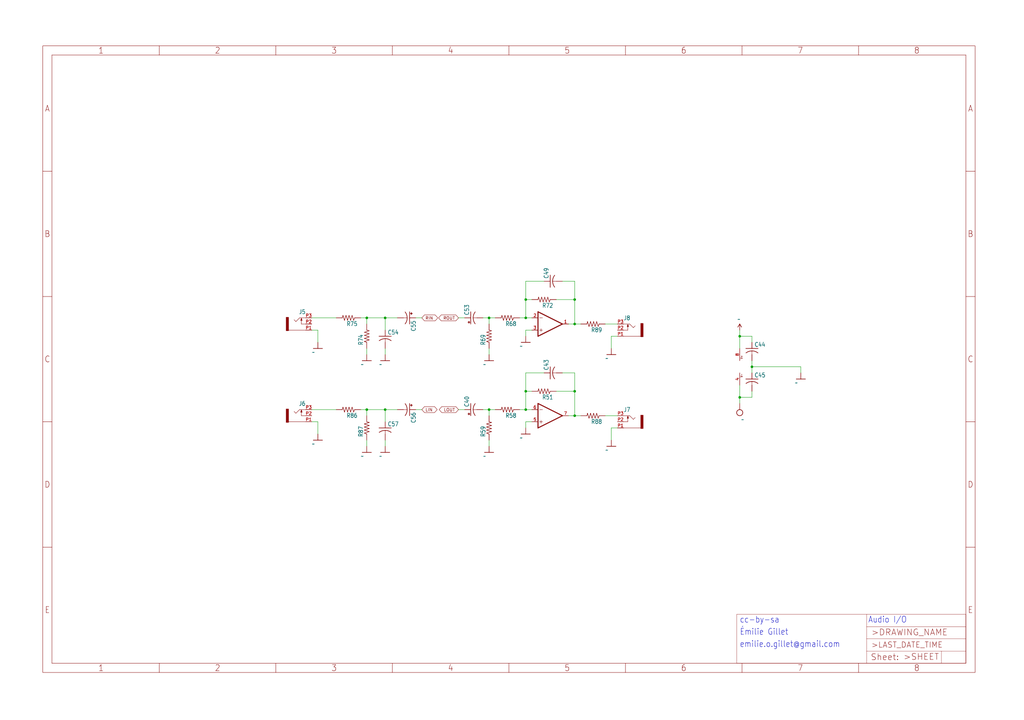
<source format=kicad_sch>
(kicad_sch (version 20211123) (generator eeschema)
  (paper "User" 425.45 299.161)
  (lib_symbols
    (symbol "elements-eagle-import:A3L-LOC"
      (symbol "A3L-LOC_1_0"
        (polyline (pts (xy 0 52.07) (xy 3.81 52.07)))
        (polyline (pts (xy 0 104.14) (xy 3.81 104.14)))
        (polyline (pts (xy 0 156.21) (xy 3.81 156.21)))
        (polyline (pts (xy 0 208.28) (xy 3.81 208.28)))
        (polyline (pts (xy 3.81 3.81) (xy 3.81 256.54)))
        (polyline (pts (xy 48.4188 0) (xy 48.4188 3.81)))
        (polyline (pts (xy 48.4188 256.54) (xy 48.4188 260.35)))
        (polyline (pts (xy 96.8375 0) (xy 96.8375 3.81)))
        (polyline (pts (xy 96.8375 256.54) (xy 96.8375 260.35)))
        (polyline (pts (xy 145.2563 0) (xy 145.2563 3.81)))
        (polyline (pts (xy 145.2563 256.54) (xy 145.2563 260.35)))
        (polyline (pts (xy 193.675 0) (xy 193.675 3.81)))
        (polyline (pts (xy 193.675 256.54) (xy 193.675 260.35)))
        (polyline (pts (xy 242.0938 0) (xy 242.0938 3.81)))
        (polyline (pts (xy 242.0938 256.54) (xy 242.0938 260.35)))
        (polyline (pts (xy 288.29 3.81) (xy 288.29 24.13)) (stroke (width 0.1016)))
        (polyline (pts (xy 288.29 3.81) (xy 342.265 3.81)) (stroke (width 0.1016)))
        (polyline (pts (xy 288.29 24.13) (xy 342.265 24.13)) (stroke (width 0.1016)))
        (polyline (pts (xy 290.5125 0) (xy 290.5125 3.81)))
        (polyline (pts (xy 290.5125 256.54) (xy 290.5125 260.35)))
        (polyline (pts (xy 338.9313 0) (xy 338.9313 3.81)))
        (polyline (pts (xy 338.9313 256.54) (xy 338.9313 260.35)))
        (polyline (pts (xy 342.265 3.81) (xy 373.38 3.81)) (stroke (width 0.1016)))
        (polyline (pts (xy 342.265 8.89) (xy 342.265 3.81)) (stroke (width 0.1016)))
        (polyline (pts (xy 342.265 8.89) (xy 342.265 13.97)) (stroke (width 0.1016)))
        (polyline (pts (xy 342.265 13.97) (xy 342.265 19.05)) (stroke (width 0.1016)))
        (polyline (pts (xy 342.265 13.97) (xy 383.54 13.97)) (stroke (width 0.1016)))
        (polyline (pts (xy 342.265 19.05) (xy 342.265 24.13)) (stroke (width 0.1016)))
        (polyline (pts (xy 342.265 19.05) (xy 383.54 19.05)) (stroke (width 0.1016)))
        (polyline (pts (xy 342.265 24.13) (xy 383.54 24.13)) (stroke (width 0.1016)))
        (polyline (pts (xy 373.38 3.81) (xy 373.38 8.89)) (stroke (width 0.1016)))
        (polyline (pts (xy 373.38 3.81) (xy 383.54 3.81)) (stroke (width 0.1016)))
        (polyline (pts (xy 373.38 8.89) (xy 342.265 8.89)) (stroke (width 0.1016)))
        (polyline (pts (xy 373.38 8.89) (xy 383.54 8.89)) (stroke (width 0.1016)))
        (polyline (pts (xy 383.54 3.81) (xy 3.81 3.81)))
        (polyline (pts (xy 383.54 3.81) (xy 383.54 8.89)) (stroke (width 0.1016)))
        (polyline (pts (xy 383.54 3.81) (xy 383.54 256.54)))
        (polyline (pts (xy 383.54 8.89) (xy 383.54 13.97)) (stroke (width 0.1016)))
        (polyline (pts (xy 383.54 13.97) (xy 383.54 19.05)) (stroke (width 0.1016)))
        (polyline (pts (xy 383.54 19.05) (xy 383.54 24.13)) (stroke (width 0.1016)))
        (polyline (pts (xy 383.54 52.07) (xy 387.35 52.07)))
        (polyline (pts (xy 383.54 104.14) (xy 387.35 104.14)))
        (polyline (pts (xy 383.54 156.21) (xy 387.35 156.21)))
        (polyline (pts (xy 383.54 208.28) (xy 387.35 208.28)))
        (polyline (pts (xy 383.54 256.54) (xy 3.81 256.54)))
        (polyline (pts (xy 0 0) (xy 387.35 0) (xy 387.35 260.35) (xy 0 260.35) (xy 0 0)))
        (text "1" (at 24.2094 1.905 0) (effects (font (size 2.54 2.286))))
        (text "1" (at 24.2094 258.445 0) (effects (font (size 2.54 2.286))))
        (text "2" (at 72.6281 1.905 0) (effects (font (size 2.54 2.286))))
        (text "2" (at 72.6281 258.445 0) (effects (font (size 2.54 2.286))))
        (text "3" (at 121.0469 1.905 0) (effects (font (size 2.54 2.286))))
        (text "3" (at 121.0469 258.445 0) (effects (font (size 2.54 2.286))))
        (text "4" (at 169.4656 1.905 0) (effects (font (size 2.54 2.286))))
        (text "4" (at 169.4656 258.445 0) (effects (font (size 2.54 2.286))))
        (text "5" (at 217.8844 1.905 0) (effects (font (size 2.54 2.286))))
        (text "5" (at 217.8844 258.445 0) (effects (font (size 2.54 2.286))))
        (text "6" (at 266.3031 1.905 0) (effects (font (size 2.54 2.286))))
        (text "6" (at 266.3031 258.445 0) (effects (font (size 2.54 2.286))))
        (text "7" (at 314.7219 1.905 0) (effects (font (size 2.54 2.286))))
        (text "7" (at 314.7219 258.445 0) (effects (font (size 2.54 2.286))))
        (text "8" (at 363.1406 1.905 0) (effects (font (size 2.54 2.286))))
        (text "8" (at 363.1406 258.445 0) (effects (font (size 2.54 2.286))))
        (text ">DRAWING_NAME" (at 344.17 15.24 0) (effects (font (size 2.54 2.54)) (justify left bottom)))
        (text ">LAST_DATE_TIME" (at 344.17 10.16 0) (effects (font (size 2.286 2.286)) (justify left bottom)))
        (text ">SHEET" (at 357.505 5.08 0) (effects (font (size 2.54 2.54)) (justify left bottom)))
        (text "A" (at 1.905 234.315 0) (effects (font (size 2.54 2.286))))
        (text "A" (at 385.445 234.315 0) (effects (font (size 2.54 2.286))))
        (text "B" (at 1.905 182.245 0) (effects (font (size 2.54 2.286))))
        (text "B" (at 385.445 182.245 0) (effects (font (size 2.54 2.286))))
        (text "C" (at 1.905 130.175 0) (effects (font (size 2.54 2.286))))
        (text "C" (at 385.445 130.175 0) (effects (font (size 2.54 2.286))))
        (text "D" (at 1.905 78.105 0) (effects (font (size 2.54 2.286))))
        (text "D" (at 385.445 78.105 0) (effects (font (size 2.54 2.286))))
        (text "E" (at 1.905 26.035 0) (effects (font (size 2.54 2.286))))
        (text "E" (at 385.445 26.035 0) (effects (font (size 2.54 2.286))))
        (text "Sheet:" (at 343.916 4.953 0) (effects (font (size 2.54 2.54)) (justify left bottom)))
      )
    )
    (symbol "elements-eagle-import:C-USC0603"
      (property "Reference" "C" (at 1.016 0.635 0))
      (property "Value" "C-USC0603" (at 1.016 -4.191 0))
      (symbol "C-USC0603_1_0"
        (arc (start 0 -1.0161) (mid -1.302 -1.2303) (end -2.4668 -1.8504) (stroke (width 0.254)))
        (polyline (pts (xy -2.54 0) (xy 2.54 0)) (stroke (width 0.254)))
        (polyline (pts (xy 0 -1.016) (xy 0 -2.54)) (stroke (width 0.1524)))
        (arc (start 2.4892 -1.8542) (mid 1.3158 -1.2195) (end 0 -1) (stroke (width 0.254)))
        (pin passive line (at 0 2.54 270) (length 2.54) (name "1") (number "1"))
        (pin passive line (at 0 -5.08 90) (length 2.54) (name "2") (number "2"))
      )
    )
    (symbol "elements-eagle-import:CPOL-USB"
      (property "Reference" "C" (at 1.016 0.635 0))
      (property "Value" "CPOL-USB" (at 1.016 -4.191 0))
      (symbol "CPOL-USB_1_0"
        (rectangle (start -2.253 0.668) (end -1.364 0.795) (fill (type outline)))
        (rectangle (start -1.872 0.287) (end -1.745 1.176) (fill (type outline)))
        (arc (start 0 -1.0161) (mid -1.3021 -1.2302) (end -2.4669 -1.8504) (stroke (width 0.254)))
        (polyline (pts (xy -2.54 0) (xy 2.54 0)) (stroke (width 0.254)))
        (polyline (pts (xy 0 -1.016) (xy 0 -2.54)) (stroke (width 0.1524)))
        (arc (start 2.4892 -1.8542) (mid 1.3158 -1.2195) (end 0 -1) (stroke (width 0.254)))
        (pin passive line (at 0 2.54 270) (length 2.54) (name "+") (number "+"))
        (pin passive line (at 0 -5.08 90) (length 2.54) (name "-") (number "-"))
      )
    )
    (symbol "elements-eagle-import:GND" (power)
      (property "Value" "GND" (at -2.54 -2.54 0))
      (symbol "GND_1_0"
        (polyline (pts (xy -1.905 0) (xy 1.905 0)) (stroke (width 0.254)))
        (pin power_in line (at 0 2.54 270) (length 2.54) (name "GND") (number "1"))
      )
    )
    (symbol "elements-eagle-import:PJ301_THONKICONN6"
      (property "Reference" "J" (at -2.54 4.064 0))
      (symbol "PJ301_THONKICONN6_1_0"
        (polyline (pts (xy -2.54 -2.54) (xy 4.572 -2.54)) (stroke (width 0.1524)))
        (polyline (pts (xy -2.54 0) (xy -0.762 0)) (stroke (width 0.1524)))
        (polyline (pts (xy -2.54 2.54) (xy 0 2.54)) (stroke (width 0.1524)))
        (polyline (pts (xy -1.016 1.524) (xy -0.508 1.524)) (stroke (width 0.254)))
        (polyline (pts (xy -0.762 0) (xy -0.762 2.286)) (stroke (width 0.1524)))
        (polyline (pts (xy -0.762 2.286) (xy -1.016 1.524)) (stroke (width 0.254)))
        (polyline (pts (xy -0.508 1.524) (xy -0.762 2.286)) (stroke (width 0.254)))
        (polyline (pts (xy 0 2.54) (xy 1.524 1.016)) (stroke (width 0.1524)))
        (polyline (pts (xy 1.524 1.016) (xy 2.286 1.778)) (stroke (width 0.1524)))
        (rectangle (start 4.572 2.794) (end 5.588 -2.794) (fill (type outline)))
        (pin passive line (at -5.08 -2.54 0) (length 2.54) (name "1") (number "P1"))
        (pin passive line (at -5.08 0 0) (length 2.54) (name "2") (number "P2"))
        (pin passive line (at -5.08 2.54 0) (length 2.54) (name "3") (number "P3"))
      )
    )
    (symbol "elements-eagle-import:R-US_R0603"
      (property "Reference" "R" (at -3.81 1.4986 0))
      (property "Value" "R-US_R0603" (at -3.81 -3.302 0))
      (symbol "R-US_R0603_1_0"
        (polyline (pts (xy -2.54 0) (xy -2.159 1.016)) (stroke (width 0.2032)))
        (polyline (pts (xy -2.159 1.016) (xy -1.524 -1.016)) (stroke (width 0.2032)))
        (polyline (pts (xy -1.524 -1.016) (xy -0.889 1.016)) (stroke (width 0.2032)))
        (polyline (pts (xy -0.889 1.016) (xy -0.254 -1.016)) (stroke (width 0.2032)))
        (polyline (pts (xy -0.254 -1.016) (xy 0.381 1.016)) (stroke (width 0.2032)))
        (polyline (pts (xy 0.381 1.016) (xy 1.016 -1.016)) (stroke (width 0.2032)))
        (polyline (pts (xy 1.016 -1.016) (xy 1.651 1.016)) (stroke (width 0.2032)))
        (polyline (pts (xy 1.651 1.016) (xy 2.286 -1.016)) (stroke (width 0.2032)))
        (polyline (pts (xy 2.286 -1.016) (xy 2.54 0)) (stroke (width 0.2032)))
        (pin passive line (at -5.08 0 0) (length 2.54) (name "1") (number "1"))
        (pin passive line (at 5.08 0 180) (length 2.54) (name "2") (number "2"))
      )
    )
    (symbol "elements-eagle-import:TL072D"
      (symbol "TL072D_1_0"
        (polyline (pts (xy -5.08 -5.08) (xy 5.08 0)) (stroke (width 0.4064)))
        (polyline (pts (xy -5.08 5.08) (xy -5.08 -5.08)) (stroke (width 0.4064)))
        (polyline (pts (xy -4.445 -2.54) (xy -3.175 -2.54)) (stroke (width 0.1524)))
        (polyline (pts (xy -4.445 2.54) (xy -3.175 2.54)) (stroke (width 0.1524)))
        (polyline (pts (xy -3.81 3.175) (xy -3.81 1.905)) (stroke (width 0.1524)))
        (polyline (pts (xy 5.08 0) (xy -5.08 5.08)) (stroke (width 0.4064)))
        (pin output line (at 7.62 0 180) (length 2.54) (name "OUT") (number "1"))
        (pin input line (at -7.62 -2.54 0) (length 2.54) (name "-IN") (number "2"))
        (pin input line (at -7.62 2.54 0) (length 2.54) (name "+IN") (number "3"))
      )
      (symbol "TL072D_2_0"
        (polyline (pts (xy -5.08 -5.08) (xy 5.08 0)) (stroke (width 0.4064)))
        (polyline (pts (xy -5.08 5.08) (xy -5.08 -5.08)) (stroke (width 0.4064)))
        (polyline (pts (xy -4.445 -2.54) (xy -3.175 -2.54)) (stroke (width 0.1524)))
        (polyline (pts (xy -4.445 2.54) (xy -3.175 2.54)) (stroke (width 0.1524)))
        (polyline (pts (xy -3.81 3.175) (xy -3.81 1.905)) (stroke (width 0.1524)))
        (polyline (pts (xy 5.08 0) (xy -5.08 5.08)) (stroke (width 0.4064)))
        (pin input line (at -7.62 2.54 0) (length 2.54) (name "+IN") (number "5"))
        (pin input line (at -7.62 -2.54 0) (length 2.54) (name "-IN") (number "6"))
        (pin output line (at 7.62 0 180) (length 2.54) (name "OUT") (number "7"))
      )
      (symbol "TL072D_3_0"
        (text "V+" (at 1.27 3.175 900) (effects (font (size 0.8128 0.6908)) (justify left bottom)))
        (text "V-" (at 1.27 -4.445 900) (effects (font (size 0.8128 0.6908)) (justify left bottom)))
        (pin power_in line (at 0 -7.62 90) (length 5.08) (name "V-") (number "4"))
        (pin power_in line (at 0 7.62 270) (length 5.08) (name "V+") (number "8"))
      )
    )
    (symbol "elements-eagle-import:VCC" (power)
      (property "Value" "VCC" (at -1.016 3.556 0))
      (symbol "VCC_1_0"
        (polyline (pts (xy 0 2.54) (xy -0.762 1.27)) (stroke (width 0.254)))
        (polyline (pts (xy 0.762 1.27) (xy 0 2.54)) (stroke (width 0.254)))
        (pin power_in line (at 0 0 90) (length 2.54) (name "VCC") (number "1"))
      )
    )
    (symbol "elements-eagle-import:VEE" (power)
      (property "Value" "VEE" (at -1.905 3.175 0))
      (symbol "VEE_1_0"
        (circle (center 0 1.27) (radius 1.27) (stroke (width 0.254)))
        (pin power_in line (at 0 -2.54 90) (length 2.54) (name "VEE") (number "1"))
      )
    )
  )
  (junction (at 218.44 162.56))
  (junction (at 218.44 132.08))
  (junction (at 160.02 170.18))
  (junction (at 203.2 132.08))
  (junction (at 307.34 165.1))
  (junction (at 160.02 132.08))
  (junction (at 218.44 124.46))
  (junction (at 312.42 152.4))
  (junction (at 238.76 124.46))
  (junction (at 307.34 139.7))
  (junction (at 218.44 170.18))
  (junction (at 203.2 170.18))
  (junction (at 152.4 170.18))
  (junction (at 238.76 134.62))
  (junction (at 238.76 162.56))
  (junction (at 152.4 132.08))
  (junction (at 238.76 172.72))
  (wire (pts (xy 160.02 170.18) (xy 160.02 175.26)))
  (wire (pts (xy 218.44 175.26) (xy 218.44 177.8)))
  (wire (pts (xy 172.72 170.18) (xy 175.26 170.18)))
  (wire (pts (xy 220.98 175.26) (xy 218.44 175.26)))
  (wire (pts (xy 256.54 177.8) (xy 254 177.8)))
  (wire (pts (xy 312.42 165.1) (xy 312.42 162.56)))
  (wire (pts (xy 152.4 170.18) (xy 152.4 172.72)))
  (wire (pts (xy 218.44 162.56) (xy 218.44 154.94)))
  (wire (pts (xy 193.04 170.18) (xy 190.5 170.18)))
  (wire (pts (xy 218.44 132.08) (xy 220.98 132.08)))
  (wire (pts (xy 152.4 132.08) (xy 152.4 134.62)))
  (wire (pts (xy 200.66 132.08) (xy 203.2 132.08)))
  (wire (pts (xy 220.98 137.16) (xy 218.44 137.16)))
  (wire (pts (xy 251.46 134.62) (xy 256.54 134.62)))
  (wire (pts (xy 152.4 132.08) (xy 160.02 132.08)))
  (wire (pts (xy 231.14 162.56) (xy 238.76 162.56)))
  (wire (pts (xy 307.34 160.02) (xy 307.34 165.1)))
  (wire (pts (xy 238.76 154.94) (xy 238.76 162.56)))
  (wire (pts (xy 193.04 132.08) (xy 190.5 132.08)))
  (wire (pts (xy 203.2 170.18) (xy 205.74 170.18)))
  (wire (pts (xy 203.2 132.08) (xy 203.2 134.62)))
  (wire (pts (xy 238.76 172.72) (xy 236.22 172.72)))
  (wire (pts (xy 172.72 132.08) (xy 175.26 132.08)))
  (wire (pts (xy 307.34 144.78) (xy 307.34 139.7)))
  (wire (pts (xy 312.42 152.4) (xy 332.74 152.4)))
  (wire (pts (xy 256.54 139.7) (xy 254 139.7)))
  (wire (pts (xy 149.86 170.18) (xy 152.4 170.18)))
  (wire (pts (xy 233.68 154.94) (xy 238.76 154.94)))
  (wire (pts (xy 238.76 172.72) (xy 241.3 172.72)))
  (wire (pts (xy 132.08 137.16) (xy 132.08 142.24)))
  (wire (pts (xy 233.68 116.84) (xy 238.76 116.84)))
  (wire (pts (xy 132.08 175.26) (xy 132.08 180.34)))
  (wire (pts (xy 312.42 152.4) (xy 312.42 154.94)))
  (wire (pts (xy 332.74 152.4) (xy 332.74 154.94)))
  (wire (pts (xy 218.44 170.18) (xy 220.98 170.18)))
  (wire (pts (xy 238.76 134.62) (xy 241.3 134.62)))
  (wire (pts (xy 238.76 124.46) (xy 238.76 134.62)))
  (wire (pts (xy 149.86 132.08) (xy 152.4 132.08)))
  (wire (pts (xy 307.34 165.1) (xy 312.42 165.1)))
  (wire (pts (xy 312.42 139.7) (xy 312.42 142.24)))
  (wire (pts (xy 307.34 139.7) (xy 312.42 139.7)))
  (wire (pts (xy 160.02 170.18) (xy 165.1 170.18)))
  (wire (pts (xy 215.9 170.18) (xy 218.44 170.18)))
  (wire (pts (xy 218.44 124.46) (xy 220.98 124.46)))
  (wire (pts (xy 238.76 134.62) (xy 236.22 134.62)))
  (wire (pts (xy 200.66 170.18) (xy 203.2 170.18)))
  (wire (pts (xy 215.9 132.08) (xy 218.44 132.08)))
  (wire (pts (xy 129.54 137.16) (xy 132.08 137.16)))
  (wire (pts (xy 307.34 165.1) (xy 307.34 167.64)))
  (wire (pts (xy 238.76 162.56) (xy 238.76 172.72)))
  (wire (pts (xy 251.46 172.72) (xy 256.54 172.72)))
  (wire (pts (xy 160.02 132.08) (xy 165.1 132.08)))
  (wire (pts (xy 129.54 132.08) (xy 139.7 132.08)))
  (wire (pts (xy 218.44 170.18) (xy 218.44 162.56)))
  (wire (pts (xy 307.34 139.7) (xy 307.34 137.16)))
  (wire (pts (xy 254 177.8) (xy 254 182.88)))
  (wire (pts (xy 129.54 170.18) (xy 139.7 170.18)))
  (wire (pts (xy 231.14 124.46) (xy 238.76 124.46)))
  (wire (pts (xy 152.4 170.18) (xy 160.02 170.18)))
  (wire (pts (xy 218.44 132.08) (xy 218.44 124.46)))
  (wire (pts (xy 160.02 132.08) (xy 160.02 137.16)))
  (wire (pts (xy 218.44 116.84) (xy 226.06 116.84)))
  (wire (pts (xy 203.2 144.78) (xy 203.2 147.32)))
  (wire (pts (xy 203.2 132.08) (xy 205.74 132.08)))
  (wire (pts (xy 254 139.7) (xy 254 144.78)))
  (wire (pts (xy 203.2 182.88) (xy 203.2 185.42)))
  (wire (pts (xy 312.42 149.86) (xy 312.42 152.4)))
  (wire (pts (xy 218.44 137.16) (xy 218.44 139.7)))
  (wire (pts (xy 129.54 175.26) (xy 132.08 175.26)))
  (wire (pts (xy 152.4 144.78) (xy 152.4 147.32)))
  (wire (pts (xy 238.76 116.84) (xy 238.76 124.46)))
  (wire (pts (xy 152.4 182.88) (xy 152.4 185.42)))
  (wire (pts (xy 218.44 154.94) (xy 226.06 154.94)))
  (wire (pts (xy 218.44 162.56) (xy 220.98 162.56)))
  (wire (pts (xy 160.02 182.88) (xy 160.02 185.42)))
  (wire (pts (xy 160.02 144.78) (xy 160.02 147.32)))
  (wire (pts (xy 218.44 124.46) (xy 218.44 116.84)))
  (wire (pts (xy 203.2 170.18) (xy 203.2 172.72)))
  (text "emilie.o.gillet@gmail.com" (at 307.34 269.24 180) (effects (font (size 2.54 2.159)) (justify left bottom)))
  (text "Audio I/O" (at 360.68 259.08 180) (effects (font (size 2.54 2.159)) (justify left bottom)))
  (text "Émilie Gillet" (at 307.34 264.16 180) (effects (font (size 2.54 2.159)) (justify left bottom)))
  (text "cc-by-sa" (at 307.34 259.08 180) (effects (font (size 2.54 2.159)) (justify left bottom)))
  (global_label "RIN" (shape bidirectional) (at 175.26 132.08 0) (effects (font (size 1.2446 1.2446))) (property "Intersheet References" "${INTERSHEET_REFS}" (effects hide)))
  (global_label "ROUT" (shape bidirectional) (at 190.5 132.08 180) (effects (font (size 1.2446 1.2446))) (property "Intersheet References" "${INTERSHEET_REFS}" (effects hide)))
  (global_label "LOUT" (shape bidirectional) (at 190.5 170.18 180) (effects (font (size 1.2446 1.2446))) (property "Intersheet References" "${INTERSHEET_REFS}" (effects hide)))
  (global_label "LIN" (shape bidirectional) (at 175.26 170.18 0) (effects (font (size 1.2446 1.2446))) (property "Intersheet References" "${INTERSHEET_REFS}" (effects hide)))
  (symbol (lib_id "elements-eagle-import:TL072D") (at 228.6 134.62 0) (mirror x) (unit 1)
    (property "Reference" "IC14" (effects hide))
  )
  (symbol (lib_id "elements-eagle-import:R-US_R0603") (at 246.38 172.72 180) (unit 1)
    (property "Reference" "R88" (at 250.19 174.2186 0) (effects (font (size 1.778 1.5113)) (justify left bottom)))
  )
  (symbol (lib_id "elements-eagle-import:C-USC0603") (at 160.02 177.8 0) (unit 1)
    (property "Reference" "C57" (at 161.036 177.165 0) (effects (font (size 1.778 1.5113)) (justify left bottom)))
  )
  (symbol (lib_id "elements-eagle-import:R-US_R0603") (at 144.78 132.08 180) (unit 1)
    (property "Reference" "R75" (at 148.59 133.5786 0) (effects (font (size 1.778 1.5113)) (justify left bottom)))
  )
  (symbol (lib_id "elements-eagle-import:C-USC0603") (at 312.42 157.48 0) (unit 1)
    (property "Reference" "C45" (at 313.436 156.845 0) (effects (font (size 1.778 1.5113)) (justify left bottom)))
  )
  (symbol (lib_id "elements-eagle-import:VCC") (at 307.34 137.16 0) (unit 1)
    (property "Reference" "#P+1" (effects hide))
  )
  (symbol (lib_id "elements-eagle-import:R-US_R0603") (at 210.82 170.18 180) (unit 1)
    (property "Reference" "R58" (at 214.63 171.6786 0) (effects (font (size 1.778 1.5113)) (justify left bottom)))
  )
  (symbol (lib_id "elements-eagle-import:R-US_R0603") (at 246.38 134.62 180) (unit 1)
    (property "Reference" "R89" (at 250.19 136.1186 0) (effects (font (size 1.778 1.5113)) (justify left bottom)))
  )
  (symbol (lib_id "elements-eagle-import:CPOL-USB") (at 195.58 170.18 90) (unit 1)
    (property "Reference" "C40" (at 194.945 169.164 0) (effects (font (size 1.778 1.5113)) (justify left bottom)))
  )
  (symbol (lib_id "elements-eagle-import:TL072D") (at 307.34 152.4 0) (unit 3)
    (property "Reference" "IC14" (effects hide))
  )
  (symbol (lib_id "elements-eagle-import:CPOL-USB") (at 195.58 132.08 90) (unit 1)
    (property "Reference" "C53" (at 194.945 131.064 0) (effects (font (size 1.778 1.5113)) (justify left bottom)))
  )
  (symbol (lib_id "elements-eagle-import:CPOL-USB") (at 170.18 132.08 270) (unit 1)
    (property "Reference" "C55" (at 170.815 133.096 0) (effects (font (size 1.778 1.5113)) (justify left bottom)))
  )
  (symbol (lib_id "elements-eagle-import:GND") (at 152.4 149.86 0) (unit 1)
    (property "Reference" "#GND25" (effects hide))
  )
  (symbol (lib_id "elements-eagle-import:C-USC0603") (at 228.6 116.84 90) (unit 1)
    (property "Reference" "C49" (at 227.965 115.824 0) (effects (font (size 1.778 1.5113)) (justify left bottom)))
  )
  (symbol (lib_id "elements-eagle-import:PJ301_THONKICONN6") (at 124.46 134.62 0) (mirror y) (unit 1)
    (property "Reference" "J5" (at 127 130.556 0) (effects (font (size 1.778 1.5113)) (justify left bottom)))
  )
  (symbol (lib_id "elements-eagle-import:GND") (at 218.44 180.34 0) (unit 1)
    (property "Reference" "#GND32" (effects hide))
  )
  (symbol (lib_id "elements-eagle-import:GND") (at 160.02 149.86 0) (unit 1)
    (property "Reference" "#GND26" (effects hide))
  )
  (symbol (lib_id "elements-eagle-import:GND") (at 332.74 157.48 0) (unit 1)
    (property "Reference" "#GND41" (effects hide))
  )
  (symbol (lib_id "elements-eagle-import:GND") (at 254 147.32 0) (unit 1)
    (property "Reference" "#GND39" (effects hide))
  )
  (symbol (lib_id "elements-eagle-import:GND") (at 203.2 149.86 0) (unit 1)
    (property "Reference" "#GND37" (effects hide))
  )
  (symbol (lib_id "elements-eagle-import:VEE") (at 307.34 170.18 180) (unit 1)
    (property "Reference" "#SUPPLY4" (effects hide))
  )
  (symbol (lib_id "elements-eagle-import:R-US_R0603") (at 226.06 124.46 180) (unit 1)
    (property "Reference" "R72" (at 229.87 125.9586 0) (effects (font (size 1.778 1.5113)) (justify left bottom)))
  )
  (symbol (lib_id "elements-eagle-import:CPOL-USB") (at 170.18 170.18 270) (unit 1)
    (property "Reference" "C56" (at 170.815 171.196 0) (effects (font (size 1.778 1.5113)) (justify left bottom)))
  )
  (symbol (lib_id "elements-eagle-import:PJ301_THONKICONN6") (at 124.46 172.72 0) (mirror y) (unit 1)
    (property "Reference" "J6" (at 127 168.656 0) (effects (font (size 1.778 1.5113)) (justify left bottom)))
  )
  (symbol (lib_id "elements-eagle-import:R-US_R0603") (at 203.2 177.8 90) (unit 1)
    (property "Reference" "R59" (at 201.7014 181.61 0) (effects (font (size 1.778 1.5113)) (justify left bottom)))
  )
  (symbol (lib_id "elements-eagle-import:PJ301_THONKICONN6") (at 261.62 175.26 0) (unit 1)
    (property "Reference" "J7" (at 259.08 171.196 0) (effects (font (size 1.778 1.5113)) (justify left bottom)))
  )
  (symbol (lib_id "elements-eagle-import:C-USC0603") (at 312.42 144.78 0) (unit 1)
    (property "Reference" "C44" (at 313.436 144.145 0) (effects (font (size 1.778 1.5113)) (justify left bottom)))
  )
  (symbol (lib_id "elements-eagle-import:GND") (at 160.02 187.96 0) (unit 1)
    (property "Reference" "#GND30" (effects hide))
  )
  (symbol (lib_id "elements-eagle-import:C-USC0603") (at 228.6 154.94 90) (unit 1)
    (property "Reference" "C43" (at 227.965 153.924 0) (effects (font (size 1.778 1.5113)) (justify left bottom)))
  )
  (symbol (lib_id "elements-eagle-import:GND") (at 218.44 142.24 0) (unit 1)
    (property "Reference" "#GND38" (effects hide))
  )
  (symbol (lib_id "elements-eagle-import:R-US_R0603") (at 152.4 177.8 90) (unit 1)
    (property "Reference" "R87" (at 150.9014 181.61 0) (effects (font (size 1.778 1.5113)) (justify left bottom)))
  )
  (symbol (lib_id "elements-eagle-import:GND") (at 132.08 182.88 0) (unit 1)
    (property "Reference" "#GND27" (effects hide))
  )
  (symbol (lib_id "elements-eagle-import:TL072D") (at 228.6 172.72 0) (mirror x) (unit 2)
    (property "Reference" "IC14" (effects hide))
  )
  (symbol (lib_id "elements-eagle-import:GND") (at 152.4 187.96 0) (unit 1)
    (property "Reference" "#GND29" (effects hide))
  )
  (symbol (lib_id "elements-eagle-import:C-USC0603") (at 160.02 139.7 0) (unit 1)
    (property "Reference" "C54" (at 161.036 139.065 0) (effects (font (size 1.778 1.5113)) (justify left bottom)))
  )
  (symbol (lib_id "elements-eagle-import:R-US_R0603") (at 152.4 139.7 90) (unit 1)
    (property "Reference" "R74" (at 150.9014 143.51 0) (effects (font (size 1.778 1.5113)) (justify left bottom)))
  )
  (symbol (lib_id "elements-eagle-import:PJ301_THONKICONN6") (at 261.62 137.16 0) (unit 1)
    (property "Reference" "J8" (at 259.08 133.096 0) (effects (font (size 1.778 1.5113)) (justify left bottom)))
  )
  (symbol (lib_id "elements-eagle-import:R-US_R0603") (at 144.78 170.18 180) (unit 1)
    (property "Reference" "R86" (at 148.59 171.6786 0) (effects (font (size 1.778 1.5113)) (justify left bottom)))
  )
  (symbol (lib_id "elements-eagle-import:R-US_R0603") (at 210.82 132.08 180) (unit 1)
    (property "Reference" "R68" (at 214.63 133.5786 0) (effects (font (size 1.778 1.5113)) (justify left bottom)))
  )
  (symbol (lib_id "elements-eagle-import:GND") (at 203.2 187.96 0) (unit 1)
    (property "Reference" "#GND31" (effects hide))
  )
  (symbol (lib_id "elements-eagle-import:R-US_R0603") (at 203.2 139.7 90) (unit 1)
    (property "Reference" "R69" (at 201.7014 143.51 0) (effects (font (size 1.778 1.5113)) (justify left bottom)))
  )
  (symbol (lib_id "elements-eagle-import:A3L-LOC") (at 17.78 279.4 0) (unit 1)
    (property "Reference" "#FRAME5" (effects hide))
  )
  (symbol (lib_id "elements-eagle-import:GND") (at 132.08 144.78 0) (unit 1)
    (property "Reference" "#GND22" (effects hide))
  )
  (symbol (lib_id "elements-eagle-import:R-US_R0603") (at 226.06 162.56 180) (unit 1)
    (property "Reference" "R51" (at 229.87 164.0586 0) (effects (font (size 1.778 1.5113)) (justify left bottom)))
  )
  (symbol (lib_id "elements-eagle-import:GND") (at 254 185.42 0) (unit 1)
    (property "Reference" "#GND33" (effects hide))
  )
)
</source>
